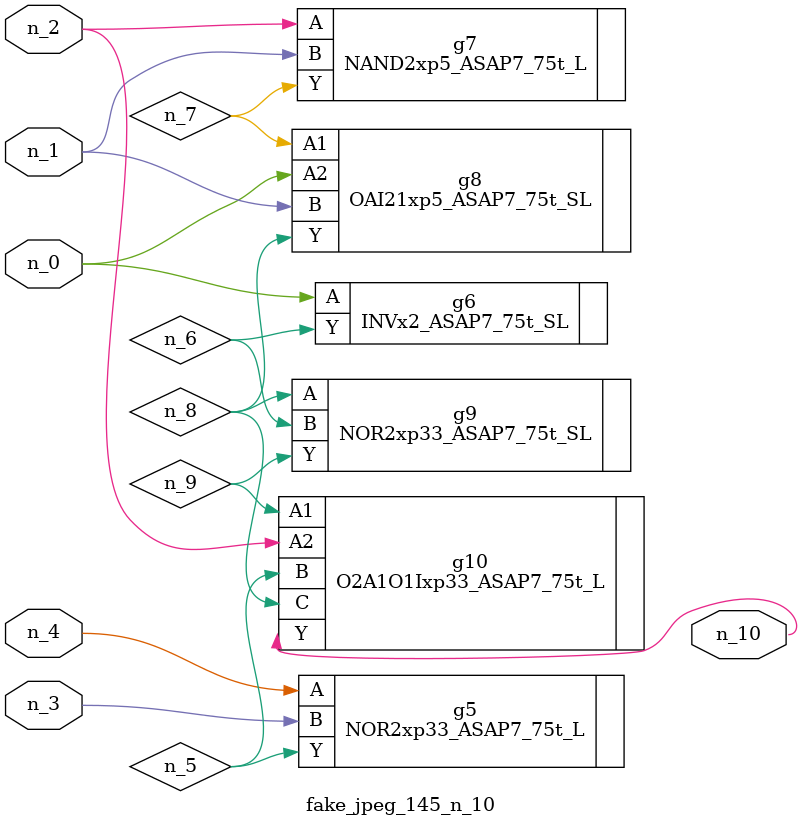
<source format=v>
module fake_jpeg_145_n_10 (n_3, n_2, n_1, n_0, n_4, n_10);

input n_3;
input n_2;
input n_1;
input n_0;
input n_4;

output n_10;

wire n_8;
wire n_9;
wire n_6;
wire n_5;
wire n_7;

NOR2xp33_ASAP7_75t_L g5 ( 
.A(n_4),
.B(n_3),
.Y(n_5)
);

INVx2_ASAP7_75t_SL g6 ( 
.A(n_0),
.Y(n_6)
);

NAND2xp5_ASAP7_75t_L g7 ( 
.A(n_2),
.B(n_1),
.Y(n_7)
);

OAI21xp5_ASAP7_75t_SL g8 ( 
.A1(n_7),
.A2(n_0),
.B(n_1),
.Y(n_8)
);

NOR2xp33_ASAP7_75t_SL g9 ( 
.A(n_8),
.B(n_6),
.Y(n_9)
);

O2A1O1Ixp33_ASAP7_75t_L g10 ( 
.A1(n_9),
.A2(n_2),
.B(n_5),
.C(n_8),
.Y(n_10)
);


endmodule
</source>
